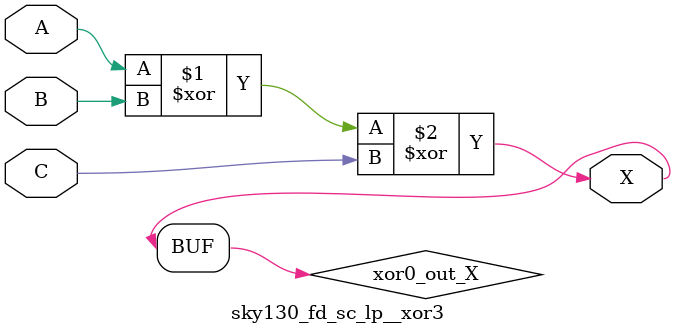
<source format=v>
/*
 * Copyright 2020 The SkyWater PDK Authors
 *
 * Licensed under the Apache License, Version 2.0 (the "License");
 * you may not use this file except in compliance with the License.
 * You may obtain a copy of the License at
 *
 *     https://www.apache.org/licenses/LICENSE-2.0
 *
 * Unless required by applicable law or agreed to in writing, software
 * distributed under the License is distributed on an "AS IS" BASIS,
 * WITHOUT WARRANTIES OR CONDITIONS OF ANY KIND, either express or implied.
 * See the License for the specific language governing permissions and
 * limitations under the License.
 *
 * SPDX-License-Identifier: Apache-2.0
*/


`ifndef SKY130_FD_SC_LP__XOR3_FUNCTIONAL_V
`define SKY130_FD_SC_LP__XOR3_FUNCTIONAL_V

/**
 * xor3: 3-input exclusive OR.
 *
 *       X = A ^ B ^ C
 *
 * Verilog simulation functional model.
 */

`timescale 1ns / 1ps
`default_nettype none

`celldefine
module sky130_fd_sc_lp__xor3 (
    X,
    A,
    B,
    C
);

    // Module ports
    output X;
    input  A;
    input  B;
    input  C;

    // Local signals
    wire xor0_out_X;

    //  Name  Output      Other arguments
    xor xor0 (xor0_out_X, A, B, C        );
    buf buf0 (X         , xor0_out_X     );

endmodule
`endcelldefine

`default_nettype wire
`endif  // SKY130_FD_SC_LP__XOR3_FUNCTIONAL_V
</source>
